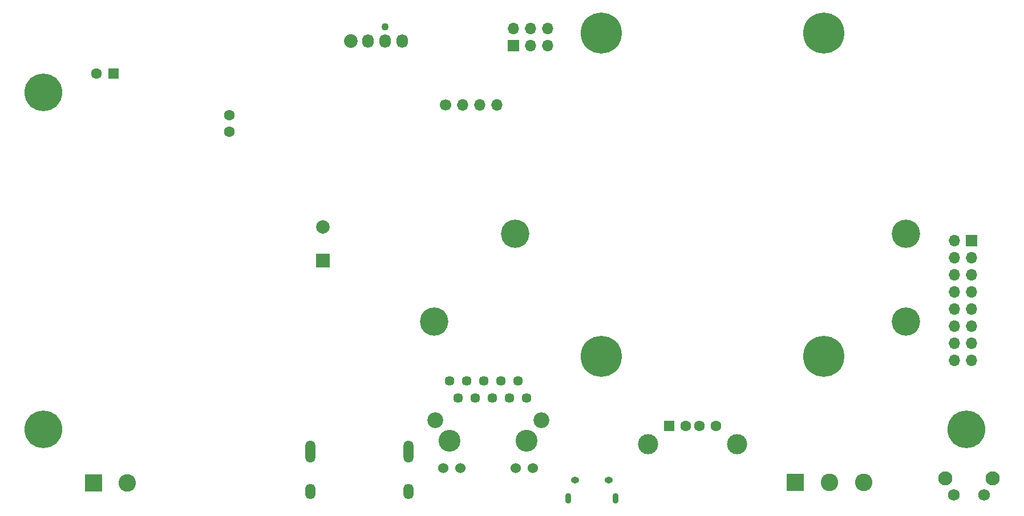
<source format=gbs>
G04 #@! TF.GenerationSoftware,KiCad,Pcbnew,(5.99.0-10527-gaaffd0c137)*
G04 #@! TF.CreationDate,2021-08-05T17:11:32-04:00*
G04 #@! TF.ProjectId,miBlackSVR,6d69426c-6163-46b5-9356-522e6b696361,rev?*
G04 #@! TF.SameCoordinates,Original*
G04 #@! TF.FileFunction,Soldermask,Bot*
G04 #@! TF.FilePolarity,Negative*
%FSLAX46Y46*%
G04 Gerber Fmt 4.6, Leading zero omitted, Abs format (unit mm)*
G04 Created by KiCad (PCBNEW (5.99.0-10527-gaaffd0c137)) date 2021-08-05 17:11:32*
%MOMM*%
%LPD*%
G01*
G04 APERTURE LIST*
%ADD10C,4.203200*%
%ADD11C,5.600000*%
%ADD12C,2.100000*%
%ADD13C,1.750000*%
%ADD14R,2.000000X2.000000*%
%ADD15C,2.000000*%
%ADD16R,2.600000X2.600000*%
%ADD17C,2.600000*%
%ADD18C,1.700000*%
%ADD19O,1.700000X1.700000*%
%ADD20C,1.600000*%
%ADD21R,1.700000X1.700000*%
%ADD22C,1.446000*%
%ADD23C,1.530000*%
%ADD24C,2.355000*%
%ADD25C,3.250000*%
%ADD26O,0.890000X1.550000*%
%ADD27O,1.250000X0.950000*%
%ADD28R,1.600000X1.600000*%
%ADD29O,1.500000X2.300000*%
%ADD30O,1.500000X3.300000*%
%ADD31C,1.100000*%
%ADD32C,2.030000*%
%ADD33O,1.730000X2.030000*%
%ADD34R,1.600000X1.500000*%
%ADD35C,3.000000*%
%ADD36C,6.100000*%
G04 APERTURE END LIST*
D10*
X138000000Y-101000000D03*
D11*
X217000000Y-117000000D03*
D12*
X220865000Y-124300000D03*
X213855000Y-124300000D03*
D13*
X219615000Y-126790000D03*
X215115000Y-126790000D03*
D10*
X208000000Y-101000000D03*
D14*
X121520000Y-91970785D03*
D15*
X121520000Y-86970785D03*
D16*
X191615000Y-124895000D03*
D17*
X196695000Y-124895000D03*
X201775000Y-124895000D03*
D18*
X139720000Y-68830000D03*
D19*
X142260000Y-68830000D03*
X144800000Y-68830000D03*
X147340000Y-68830000D03*
D20*
X107610000Y-72880000D03*
X107610000Y-70380000D03*
D21*
X149740000Y-60080000D03*
D19*
X149740000Y-57540000D03*
X152280000Y-60080000D03*
X152280000Y-57540000D03*
X154820000Y-60080000D03*
X154820000Y-57540000D03*
D22*
X140310000Y-109840000D03*
X141580000Y-112380000D03*
X142850000Y-109840000D03*
X144120000Y-112380000D03*
X145390000Y-109840000D03*
X146660000Y-112380000D03*
X147930000Y-109840000D03*
X149200000Y-112380000D03*
X150470000Y-109840000D03*
X151740000Y-112380000D03*
D23*
X139395000Y-122790000D03*
X141935000Y-122790000D03*
X150115000Y-122790000D03*
X152655000Y-122790000D03*
D24*
X138150000Y-115680000D03*
X153900000Y-115680000D03*
D25*
X140310000Y-118730000D03*
X151740000Y-118730000D03*
D11*
X80000000Y-117000000D03*
D21*
X217740000Y-89020000D03*
D19*
X215200000Y-89020000D03*
X217740000Y-91560000D03*
X215200000Y-91560000D03*
X217740000Y-94100000D03*
X215200000Y-94100000D03*
X217740000Y-96640000D03*
X215200000Y-96640000D03*
X217740000Y-99180000D03*
X215200000Y-99180000D03*
X217740000Y-101720000D03*
X215200000Y-101720000D03*
X217740000Y-104260000D03*
X215200000Y-104260000D03*
X217740000Y-106800000D03*
X215200000Y-106800000D03*
D10*
X208000000Y-88000000D03*
D26*
X157910000Y-127310000D03*
D27*
X158910000Y-124610000D03*
D26*
X164910000Y-127310000D03*
D27*
X163910000Y-124610000D03*
D28*
X90432380Y-64220000D03*
D20*
X87932380Y-64220000D03*
D10*
X150000000Y-88000000D03*
D29*
X119680000Y-126275000D03*
D30*
X134180000Y-120315000D03*
D29*
X134180000Y-126275000D03*
D30*
X119680000Y-120315000D03*
D16*
X87500000Y-125005000D03*
D17*
X92500000Y-125005000D03*
D31*
X130740000Y-57240000D03*
D32*
X125660000Y-59400000D03*
D33*
X128200000Y-59400000D03*
X130740000Y-59400000D03*
X133280000Y-59400000D03*
D34*
X172860000Y-116500000D03*
D20*
X175360000Y-116500000D03*
X177360000Y-116500000D03*
X179860000Y-116500000D03*
D35*
X182930000Y-119210000D03*
X169790000Y-119210000D03*
D36*
X162820000Y-58170000D03*
X195820000Y-58170000D03*
X195820000Y-106170000D03*
X162820000Y-106170000D03*
D11*
X80000000Y-67000000D03*
M02*

</source>
